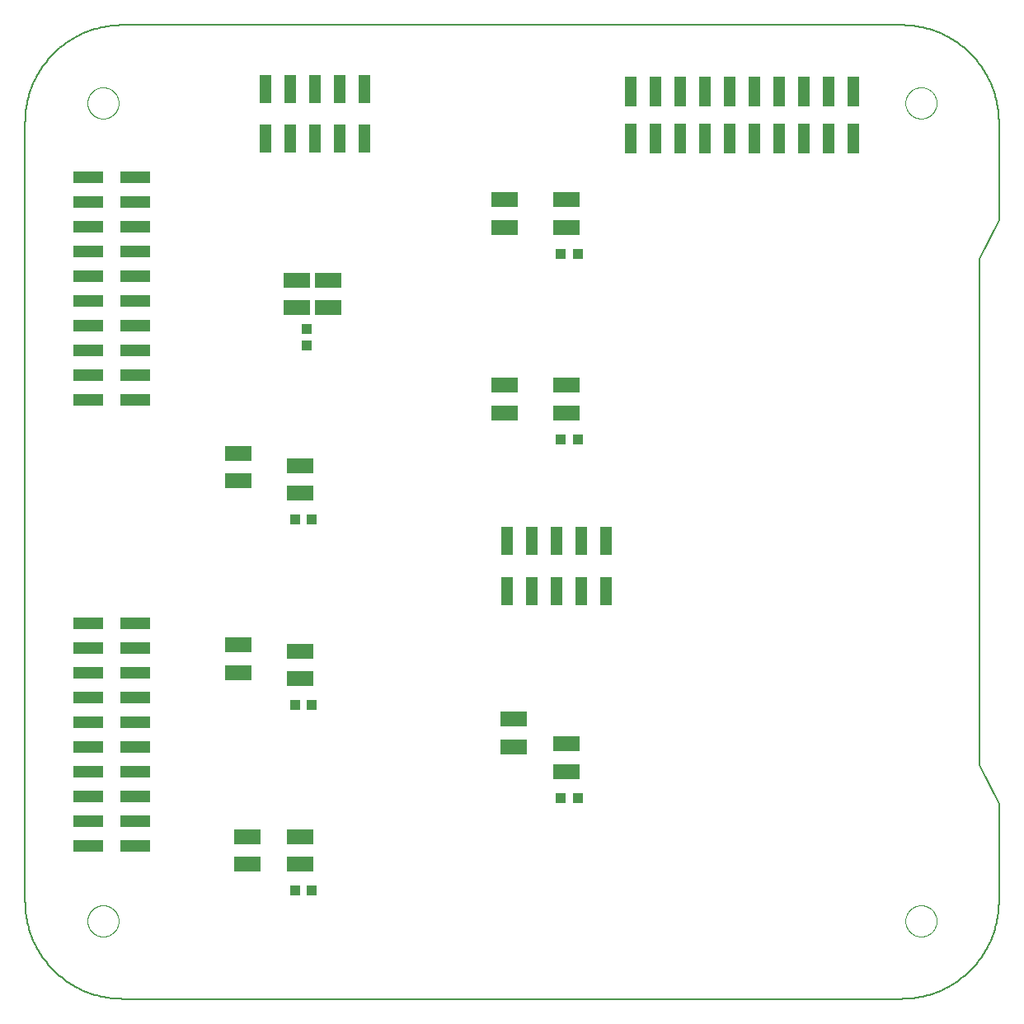
<source format=gbp>
G75*
%MOIN*%
%OFA0B0*%
%FSLAX25Y25*%
%IPPOS*%
%LPD*%
%AMOC8*
5,1,8,0,0,1.08239X$1,22.5*
%
%ADD10C,0.00600*%
%ADD11C,0.00000*%
%ADD12R,0.12000X0.05000*%
%ADD13R,0.05000X0.11500*%
%ADD14R,0.10630X0.06299*%
%ADD15R,0.04252X0.04134*%
%ADD16R,0.04134X0.04252*%
%ADD17R,0.05000X0.12000*%
D10*
X0116800Y0058370D02*
X0116800Y0373331D01*
X0116811Y0374282D01*
X0116846Y0375233D01*
X0116903Y0376183D01*
X0116984Y0377131D01*
X0117087Y0378077D01*
X0117213Y0379020D01*
X0117362Y0379959D01*
X0117533Y0380895D01*
X0117728Y0381826D01*
X0117944Y0382753D01*
X0118183Y0383674D01*
X0118444Y0384589D01*
X0118727Y0385497D01*
X0119032Y0386398D01*
X0119358Y0387292D01*
X0119707Y0388177D01*
X0120076Y0389054D01*
X0120466Y0389922D01*
X0120878Y0390779D01*
X0121310Y0391627D01*
X0121762Y0392464D01*
X0122234Y0393290D01*
X0122726Y0394104D01*
X0123238Y0394906D01*
X0123769Y0395696D01*
X0124319Y0396472D01*
X0124887Y0397235D01*
X0125474Y0397984D01*
X0126079Y0398718D01*
X0126701Y0399438D01*
X0127341Y0400143D01*
X0127997Y0400831D01*
X0128670Y0401504D01*
X0129358Y0402160D01*
X0130063Y0402800D01*
X0130783Y0403422D01*
X0131517Y0404027D01*
X0132266Y0404614D01*
X0133029Y0405182D01*
X0133805Y0405732D01*
X0134595Y0406263D01*
X0135397Y0406775D01*
X0136211Y0407267D01*
X0137037Y0407739D01*
X0137874Y0408191D01*
X0138722Y0408623D01*
X0139579Y0409035D01*
X0140447Y0409425D01*
X0141324Y0409794D01*
X0142209Y0410143D01*
X0143103Y0410469D01*
X0144004Y0410774D01*
X0144912Y0411057D01*
X0145827Y0411318D01*
X0146748Y0411557D01*
X0147675Y0411773D01*
X0148606Y0411968D01*
X0149542Y0412139D01*
X0150481Y0412288D01*
X0151424Y0412414D01*
X0152370Y0412517D01*
X0153318Y0412598D01*
X0154268Y0412655D01*
X0155219Y0412690D01*
X0156170Y0412701D01*
X0471131Y0412701D01*
X0472082Y0412690D01*
X0473033Y0412655D01*
X0473983Y0412598D01*
X0474931Y0412517D01*
X0475877Y0412414D01*
X0476820Y0412288D01*
X0477759Y0412139D01*
X0478695Y0411968D01*
X0479626Y0411773D01*
X0480553Y0411557D01*
X0481474Y0411318D01*
X0482389Y0411057D01*
X0483297Y0410774D01*
X0484198Y0410469D01*
X0485092Y0410143D01*
X0485977Y0409794D01*
X0486854Y0409425D01*
X0487722Y0409035D01*
X0488579Y0408623D01*
X0489427Y0408191D01*
X0490264Y0407739D01*
X0491090Y0407267D01*
X0491904Y0406775D01*
X0492706Y0406263D01*
X0493496Y0405732D01*
X0494272Y0405182D01*
X0495035Y0404614D01*
X0495784Y0404027D01*
X0496518Y0403422D01*
X0497238Y0402800D01*
X0497943Y0402160D01*
X0498631Y0401504D01*
X0499304Y0400831D01*
X0499960Y0400143D01*
X0500600Y0399438D01*
X0501222Y0398718D01*
X0501827Y0397984D01*
X0502414Y0397235D01*
X0502982Y0396472D01*
X0503532Y0395696D01*
X0504063Y0394906D01*
X0504575Y0394104D01*
X0505067Y0393290D01*
X0505539Y0392464D01*
X0505991Y0391627D01*
X0506423Y0390779D01*
X0506835Y0389922D01*
X0507225Y0389054D01*
X0507594Y0388177D01*
X0507943Y0387292D01*
X0508269Y0386398D01*
X0508574Y0385497D01*
X0508857Y0384589D01*
X0509118Y0383674D01*
X0509357Y0382753D01*
X0509573Y0381826D01*
X0509768Y0380895D01*
X0509939Y0379959D01*
X0510088Y0379020D01*
X0510214Y0378077D01*
X0510317Y0377131D01*
X0510398Y0376183D01*
X0510455Y0375233D01*
X0510490Y0374282D01*
X0510501Y0373331D01*
X0510501Y0333961D01*
X0502627Y0318213D01*
X0502627Y0113488D01*
X0510501Y0097740D01*
X0510501Y0058370D01*
X0510490Y0057419D01*
X0510455Y0056468D01*
X0510398Y0055518D01*
X0510317Y0054570D01*
X0510214Y0053624D01*
X0510088Y0052681D01*
X0509939Y0051742D01*
X0509768Y0050806D01*
X0509573Y0049875D01*
X0509357Y0048948D01*
X0509118Y0048027D01*
X0508857Y0047112D01*
X0508574Y0046204D01*
X0508269Y0045303D01*
X0507943Y0044409D01*
X0507594Y0043524D01*
X0507225Y0042647D01*
X0506835Y0041779D01*
X0506423Y0040922D01*
X0505991Y0040074D01*
X0505539Y0039237D01*
X0505067Y0038411D01*
X0504575Y0037597D01*
X0504063Y0036795D01*
X0503532Y0036005D01*
X0502982Y0035229D01*
X0502414Y0034466D01*
X0501827Y0033717D01*
X0501222Y0032983D01*
X0500600Y0032263D01*
X0499960Y0031558D01*
X0499304Y0030870D01*
X0498631Y0030197D01*
X0497943Y0029541D01*
X0497238Y0028901D01*
X0496518Y0028279D01*
X0495784Y0027674D01*
X0495035Y0027087D01*
X0494272Y0026519D01*
X0493496Y0025969D01*
X0492706Y0025438D01*
X0491904Y0024926D01*
X0491090Y0024434D01*
X0490264Y0023962D01*
X0489427Y0023510D01*
X0488579Y0023078D01*
X0487722Y0022666D01*
X0486854Y0022276D01*
X0485977Y0021907D01*
X0485092Y0021558D01*
X0484198Y0021232D01*
X0483297Y0020927D01*
X0482389Y0020644D01*
X0481474Y0020383D01*
X0480553Y0020144D01*
X0479626Y0019928D01*
X0478695Y0019733D01*
X0477759Y0019562D01*
X0476820Y0019413D01*
X0475877Y0019287D01*
X0474931Y0019184D01*
X0473983Y0019103D01*
X0473033Y0019046D01*
X0472082Y0019011D01*
X0471131Y0019000D01*
X0156170Y0019000D01*
X0155219Y0019011D01*
X0154268Y0019046D01*
X0153318Y0019103D01*
X0152370Y0019184D01*
X0151424Y0019287D01*
X0150481Y0019413D01*
X0149542Y0019562D01*
X0148606Y0019733D01*
X0147675Y0019928D01*
X0146748Y0020144D01*
X0145827Y0020383D01*
X0144912Y0020644D01*
X0144004Y0020927D01*
X0143103Y0021232D01*
X0142209Y0021558D01*
X0141324Y0021907D01*
X0140447Y0022276D01*
X0139579Y0022666D01*
X0138722Y0023078D01*
X0137874Y0023510D01*
X0137037Y0023962D01*
X0136211Y0024434D01*
X0135397Y0024926D01*
X0134595Y0025438D01*
X0133805Y0025969D01*
X0133029Y0026519D01*
X0132266Y0027087D01*
X0131517Y0027674D01*
X0130783Y0028279D01*
X0130063Y0028901D01*
X0129358Y0029541D01*
X0128670Y0030197D01*
X0127997Y0030870D01*
X0127341Y0031558D01*
X0126701Y0032263D01*
X0126079Y0032983D01*
X0125474Y0033717D01*
X0124887Y0034466D01*
X0124319Y0035229D01*
X0123769Y0036005D01*
X0123238Y0036795D01*
X0122726Y0037597D01*
X0122234Y0038411D01*
X0121762Y0039237D01*
X0121310Y0040074D01*
X0120878Y0040922D01*
X0120466Y0041779D01*
X0120076Y0042647D01*
X0119707Y0043524D01*
X0119358Y0044409D01*
X0119032Y0045303D01*
X0118727Y0046204D01*
X0118444Y0047112D01*
X0118183Y0048027D01*
X0117944Y0048948D01*
X0117728Y0049875D01*
X0117533Y0050806D01*
X0117362Y0051742D01*
X0117213Y0052681D01*
X0117087Y0053624D01*
X0116984Y0054570D01*
X0116903Y0055518D01*
X0116846Y0056468D01*
X0116811Y0057419D01*
X0116800Y0058370D01*
D11*
X0141997Y0050496D02*
X0141999Y0050654D01*
X0142005Y0050812D01*
X0142015Y0050970D01*
X0142029Y0051128D01*
X0142047Y0051285D01*
X0142068Y0051442D01*
X0142094Y0051598D01*
X0142124Y0051754D01*
X0142157Y0051909D01*
X0142195Y0052062D01*
X0142236Y0052215D01*
X0142281Y0052367D01*
X0142330Y0052518D01*
X0142383Y0052667D01*
X0142439Y0052815D01*
X0142499Y0052961D01*
X0142563Y0053106D01*
X0142631Y0053249D01*
X0142702Y0053391D01*
X0142776Y0053531D01*
X0142854Y0053668D01*
X0142936Y0053804D01*
X0143020Y0053938D01*
X0143109Y0054069D01*
X0143200Y0054198D01*
X0143295Y0054325D01*
X0143392Y0054450D01*
X0143493Y0054572D01*
X0143597Y0054691D01*
X0143704Y0054808D01*
X0143814Y0054922D01*
X0143927Y0055033D01*
X0144042Y0055142D01*
X0144160Y0055247D01*
X0144281Y0055349D01*
X0144404Y0055449D01*
X0144530Y0055545D01*
X0144658Y0055638D01*
X0144788Y0055728D01*
X0144921Y0055814D01*
X0145056Y0055898D01*
X0145192Y0055977D01*
X0145331Y0056054D01*
X0145472Y0056126D01*
X0145614Y0056196D01*
X0145758Y0056261D01*
X0145904Y0056323D01*
X0146051Y0056381D01*
X0146200Y0056436D01*
X0146350Y0056487D01*
X0146501Y0056534D01*
X0146653Y0056577D01*
X0146806Y0056616D01*
X0146961Y0056652D01*
X0147116Y0056683D01*
X0147272Y0056711D01*
X0147428Y0056735D01*
X0147585Y0056755D01*
X0147743Y0056771D01*
X0147900Y0056783D01*
X0148059Y0056791D01*
X0148217Y0056795D01*
X0148375Y0056795D01*
X0148533Y0056791D01*
X0148692Y0056783D01*
X0148849Y0056771D01*
X0149007Y0056755D01*
X0149164Y0056735D01*
X0149320Y0056711D01*
X0149476Y0056683D01*
X0149631Y0056652D01*
X0149786Y0056616D01*
X0149939Y0056577D01*
X0150091Y0056534D01*
X0150242Y0056487D01*
X0150392Y0056436D01*
X0150541Y0056381D01*
X0150688Y0056323D01*
X0150834Y0056261D01*
X0150978Y0056196D01*
X0151120Y0056126D01*
X0151261Y0056054D01*
X0151400Y0055977D01*
X0151536Y0055898D01*
X0151671Y0055814D01*
X0151804Y0055728D01*
X0151934Y0055638D01*
X0152062Y0055545D01*
X0152188Y0055449D01*
X0152311Y0055349D01*
X0152432Y0055247D01*
X0152550Y0055142D01*
X0152665Y0055033D01*
X0152778Y0054922D01*
X0152888Y0054808D01*
X0152995Y0054691D01*
X0153099Y0054572D01*
X0153200Y0054450D01*
X0153297Y0054325D01*
X0153392Y0054198D01*
X0153483Y0054069D01*
X0153572Y0053938D01*
X0153656Y0053804D01*
X0153738Y0053668D01*
X0153816Y0053531D01*
X0153890Y0053391D01*
X0153961Y0053249D01*
X0154029Y0053106D01*
X0154093Y0052961D01*
X0154153Y0052815D01*
X0154209Y0052667D01*
X0154262Y0052518D01*
X0154311Y0052367D01*
X0154356Y0052215D01*
X0154397Y0052062D01*
X0154435Y0051909D01*
X0154468Y0051754D01*
X0154498Y0051598D01*
X0154524Y0051442D01*
X0154545Y0051285D01*
X0154563Y0051128D01*
X0154577Y0050970D01*
X0154587Y0050812D01*
X0154593Y0050654D01*
X0154595Y0050496D01*
X0154593Y0050338D01*
X0154587Y0050180D01*
X0154577Y0050022D01*
X0154563Y0049864D01*
X0154545Y0049707D01*
X0154524Y0049550D01*
X0154498Y0049394D01*
X0154468Y0049238D01*
X0154435Y0049083D01*
X0154397Y0048930D01*
X0154356Y0048777D01*
X0154311Y0048625D01*
X0154262Y0048474D01*
X0154209Y0048325D01*
X0154153Y0048177D01*
X0154093Y0048031D01*
X0154029Y0047886D01*
X0153961Y0047743D01*
X0153890Y0047601D01*
X0153816Y0047461D01*
X0153738Y0047324D01*
X0153656Y0047188D01*
X0153572Y0047054D01*
X0153483Y0046923D01*
X0153392Y0046794D01*
X0153297Y0046667D01*
X0153200Y0046542D01*
X0153099Y0046420D01*
X0152995Y0046301D01*
X0152888Y0046184D01*
X0152778Y0046070D01*
X0152665Y0045959D01*
X0152550Y0045850D01*
X0152432Y0045745D01*
X0152311Y0045643D01*
X0152188Y0045543D01*
X0152062Y0045447D01*
X0151934Y0045354D01*
X0151804Y0045264D01*
X0151671Y0045178D01*
X0151536Y0045094D01*
X0151400Y0045015D01*
X0151261Y0044938D01*
X0151120Y0044866D01*
X0150978Y0044796D01*
X0150834Y0044731D01*
X0150688Y0044669D01*
X0150541Y0044611D01*
X0150392Y0044556D01*
X0150242Y0044505D01*
X0150091Y0044458D01*
X0149939Y0044415D01*
X0149786Y0044376D01*
X0149631Y0044340D01*
X0149476Y0044309D01*
X0149320Y0044281D01*
X0149164Y0044257D01*
X0149007Y0044237D01*
X0148849Y0044221D01*
X0148692Y0044209D01*
X0148533Y0044201D01*
X0148375Y0044197D01*
X0148217Y0044197D01*
X0148059Y0044201D01*
X0147900Y0044209D01*
X0147743Y0044221D01*
X0147585Y0044237D01*
X0147428Y0044257D01*
X0147272Y0044281D01*
X0147116Y0044309D01*
X0146961Y0044340D01*
X0146806Y0044376D01*
X0146653Y0044415D01*
X0146501Y0044458D01*
X0146350Y0044505D01*
X0146200Y0044556D01*
X0146051Y0044611D01*
X0145904Y0044669D01*
X0145758Y0044731D01*
X0145614Y0044796D01*
X0145472Y0044866D01*
X0145331Y0044938D01*
X0145192Y0045015D01*
X0145056Y0045094D01*
X0144921Y0045178D01*
X0144788Y0045264D01*
X0144658Y0045354D01*
X0144530Y0045447D01*
X0144404Y0045543D01*
X0144281Y0045643D01*
X0144160Y0045745D01*
X0144042Y0045850D01*
X0143927Y0045959D01*
X0143814Y0046070D01*
X0143704Y0046184D01*
X0143597Y0046301D01*
X0143493Y0046420D01*
X0143392Y0046542D01*
X0143295Y0046667D01*
X0143200Y0046794D01*
X0143109Y0046923D01*
X0143020Y0047054D01*
X0142936Y0047188D01*
X0142854Y0047324D01*
X0142776Y0047461D01*
X0142702Y0047601D01*
X0142631Y0047743D01*
X0142563Y0047886D01*
X0142499Y0048031D01*
X0142439Y0048177D01*
X0142383Y0048325D01*
X0142330Y0048474D01*
X0142281Y0048625D01*
X0142236Y0048777D01*
X0142195Y0048930D01*
X0142157Y0049083D01*
X0142124Y0049238D01*
X0142094Y0049394D01*
X0142068Y0049550D01*
X0142047Y0049707D01*
X0142029Y0049864D01*
X0142015Y0050022D01*
X0142005Y0050180D01*
X0141999Y0050338D01*
X0141997Y0050496D01*
X0472706Y0050496D02*
X0472708Y0050654D01*
X0472714Y0050812D01*
X0472724Y0050970D01*
X0472738Y0051128D01*
X0472756Y0051285D01*
X0472777Y0051442D01*
X0472803Y0051598D01*
X0472833Y0051754D01*
X0472866Y0051909D01*
X0472904Y0052062D01*
X0472945Y0052215D01*
X0472990Y0052367D01*
X0473039Y0052518D01*
X0473092Y0052667D01*
X0473148Y0052815D01*
X0473208Y0052961D01*
X0473272Y0053106D01*
X0473340Y0053249D01*
X0473411Y0053391D01*
X0473485Y0053531D01*
X0473563Y0053668D01*
X0473645Y0053804D01*
X0473729Y0053938D01*
X0473818Y0054069D01*
X0473909Y0054198D01*
X0474004Y0054325D01*
X0474101Y0054450D01*
X0474202Y0054572D01*
X0474306Y0054691D01*
X0474413Y0054808D01*
X0474523Y0054922D01*
X0474636Y0055033D01*
X0474751Y0055142D01*
X0474869Y0055247D01*
X0474990Y0055349D01*
X0475113Y0055449D01*
X0475239Y0055545D01*
X0475367Y0055638D01*
X0475497Y0055728D01*
X0475630Y0055814D01*
X0475765Y0055898D01*
X0475901Y0055977D01*
X0476040Y0056054D01*
X0476181Y0056126D01*
X0476323Y0056196D01*
X0476467Y0056261D01*
X0476613Y0056323D01*
X0476760Y0056381D01*
X0476909Y0056436D01*
X0477059Y0056487D01*
X0477210Y0056534D01*
X0477362Y0056577D01*
X0477515Y0056616D01*
X0477670Y0056652D01*
X0477825Y0056683D01*
X0477981Y0056711D01*
X0478137Y0056735D01*
X0478294Y0056755D01*
X0478452Y0056771D01*
X0478609Y0056783D01*
X0478768Y0056791D01*
X0478926Y0056795D01*
X0479084Y0056795D01*
X0479242Y0056791D01*
X0479401Y0056783D01*
X0479558Y0056771D01*
X0479716Y0056755D01*
X0479873Y0056735D01*
X0480029Y0056711D01*
X0480185Y0056683D01*
X0480340Y0056652D01*
X0480495Y0056616D01*
X0480648Y0056577D01*
X0480800Y0056534D01*
X0480951Y0056487D01*
X0481101Y0056436D01*
X0481250Y0056381D01*
X0481397Y0056323D01*
X0481543Y0056261D01*
X0481687Y0056196D01*
X0481829Y0056126D01*
X0481970Y0056054D01*
X0482109Y0055977D01*
X0482245Y0055898D01*
X0482380Y0055814D01*
X0482513Y0055728D01*
X0482643Y0055638D01*
X0482771Y0055545D01*
X0482897Y0055449D01*
X0483020Y0055349D01*
X0483141Y0055247D01*
X0483259Y0055142D01*
X0483374Y0055033D01*
X0483487Y0054922D01*
X0483597Y0054808D01*
X0483704Y0054691D01*
X0483808Y0054572D01*
X0483909Y0054450D01*
X0484006Y0054325D01*
X0484101Y0054198D01*
X0484192Y0054069D01*
X0484281Y0053938D01*
X0484365Y0053804D01*
X0484447Y0053668D01*
X0484525Y0053531D01*
X0484599Y0053391D01*
X0484670Y0053249D01*
X0484738Y0053106D01*
X0484802Y0052961D01*
X0484862Y0052815D01*
X0484918Y0052667D01*
X0484971Y0052518D01*
X0485020Y0052367D01*
X0485065Y0052215D01*
X0485106Y0052062D01*
X0485144Y0051909D01*
X0485177Y0051754D01*
X0485207Y0051598D01*
X0485233Y0051442D01*
X0485254Y0051285D01*
X0485272Y0051128D01*
X0485286Y0050970D01*
X0485296Y0050812D01*
X0485302Y0050654D01*
X0485304Y0050496D01*
X0485302Y0050338D01*
X0485296Y0050180D01*
X0485286Y0050022D01*
X0485272Y0049864D01*
X0485254Y0049707D01*
X0485233Y0049550D01*
X0485207Y0049394D01*
X0485177Y0049238D01*
X0485144Y0049083D01*
X0485106Y0048930D01*
X0485065Y0048777D01*
X0485020Y0048625D01*
X0484971Y0048474D01*
X0484918Y0048325D01*
X0484862Y0048177D01*
X0484802Y0048031D01*
X0484738Y0047886D01*
X0484670Y0047743D01*
X0484599Y0047601D01*
X0484525Y0047461D01*
X0484447Y0047324D01*
X0484365Y0047188D01*
X0484281Y0047054D01*
X0484192Y0046923D01*
X0484101Y0046794D01*
X0484006Y0046667D01*
X0483909Y0046542D01*
X0483808Y0046420D01*
X0483704Y0046301D01*
X0483597Y0046184D01*
X0483487Y0046070D01*
X0483374Y0045959D01*
X0483259Y0045850D01*
X0483141Y0045745D01*
X0483020Y0045643D01*
X0482897Y0045543D01*
X0482771Y0045447D01*
X0482643Y0045354D01*
X0482513Y0045264D01*
X0482380Y0045178D01*
X0482245Y0045094D01*
X0482109Y0045015D01*
X0481970Y0044938D01*
X0481829Y0044866D01*
X0481687Y0044796D01*
X0481543Y0044731D01*
X0481397Y0044669D01*
X0481250Y0044611D01*
X0481101Y0044556D01*
X0480951Y0044505D01*
X0480800Y0044458D01*
X0480648Y0044415D01*
X0480495Y0044376D01*
X0480340Y0044340D01*
X0480185Y0044309D01*
X0480029Y0044281D01*
X0479873Y0044257D01*
X0479716Y0044237D01*
X0479558Y0044221D01*
X0479401Y0044209D01*
X0479242Y0044201D01*
X0479084Y0044197D01*
X0478926Y0044197D01*
X0478768Y0044201D01*
X0478609Y0044209D01*
X0478452Y0044221D01*
X0478294Y0044237D01*
X0478137Y0044257D01*
X0477981Y0044281D01*
X0477825Y0044309D01*
X0477670Y0044340D01*
X0477515Y0044376D01*
X0477362Y0044415D01*
X0477210Y0044458D01*
X0477059Y0044505D01*
X0476909Y0044556D01*
X0476760Y0044611D01*
X0476613Y0044669D01*
X0476467Y0044731D01*
X0476323Y0044796D01*
X0476181Y0044866D01*
X0476040Y0044938D01*
X0475901Y0045015D01*
X0475765Y0045094D01*
X0475630Y0045178D01*
X0475497Y0045264D01*
X0475367Y0045354D01*
X0475239Y0045447D01*
X0475113Y0045543D01*
X0474990Y0045643D01*
X0474869Y0045745D01*
X0474751Y0045850D01*
X0474636Y0045959D01*
X0474523Y0046070D01*
X0474413Y0046184D01*
X0474306Y0046301D01*
X0474202Y0046420D01*
X0474101Y0046542D01*
X0474004Y0046667D01*
X0473909Y0046794D01*
X0473818Y0046923D01*
X0473729Y0047054D01*
X0473645Y0047188D01*
X0473563Y0047324D01*
X0473485Y0047461D01*
X0473411Y0047601D01*
X0473340Y0047743D01*
X0473272Y0047886D01*
X0473208Y0048031D01*
X0473148Y0048177D01*
X0473092Y0048325D01*
X0473039Y0048474D01*
X0472990Y0048625D01*
X0472945Y0048777D01*
X0472904Y0048930D01*
X0472866Y0049083D01*
X0472833Y0049238D01*
X0472803Y0049394D01*
X0472777Y0049550D01*
X0472756Y0049707D01*
X0472738Y0049864D01*
X0472724Y0050022D01*
X0472714Y0050180D01*
X0472708Y0050338D01*
X0472706Y0050496D01*
X0472706Y0381205D02*
X0472708Y0381363D01*
X0472714Y0381521D01*
X0472724Y0381679D01*
X0472738Y0381837D01*
X0472756Y0381994D01*
X0472777Y0382151D01*
X0472803Y0382307D01*
X0472833Y0382463D01*
X0472866Y0382618D01*
X0472904Y0382771D01*
X0472945Y0382924D01*
X0472990Y0383076D01*
X0473039Y0383227D01*
X0473092Y0383376D01*
X0473148Y0383524D01*
X0473208Y0383670D01*
X0473272Y0383815D01*
X0473340Y0383958D01*
X0473411Y0384100D01*
X0473485Y0384240D01*
X0473563Y0384377D01*
X0473645Y0384513D01*
X0473729Y0384647D01*
X0473818Y0384778D01*
X0473909Y0384907D01*
X0474004Y0385034D01*
X0474101Y0385159D01*
X0474202Y0385281D01*
X0474306Y0385400D01*
X0474413Y0385517D01*
X0474523Y0385631D01*
X0474636Y0385742D01*
X0474751Y0385851D01*
X0474869Y0385956D01*
X0474990Y0386058D01*
X0475113Y0386158D01*
X0475239Y0386254D01*
X0475367Y0386347D01*
X0475497Y0386437D01*
X0475630Y0386523D01*
X0475765Y0386607D01*
X0475901Y0386686D01*
X0476040Y0386763D01*
X0476181Y0386835D01*
X0476323Y0386905D01*
X0476467Y0386970D01*
X0476613Y0387032D01*
X0476760Y0387090D01*
X0476909Y0387145D01*
X0477059Y0387196D01*
X0477210Y0387243D01*
X0477362Y0387286D01*
X0477515Y0387325D01*
X0477670Y0387361D01*
X0477825Y0387392D01*
X0477981Y0387420D01*
X0478137Y0387444D01*
X0478294Y0387464D01*
X0478452Y0387480D01*
X0478609Y0387492D01*
X0478768Y0387500D01*
X0478926Y0387504D01*
X0479084Y0387504D01*
X0479242Y0387500D01*
X0479401Y0387492D01*
X0479558Y0387480D01*
X0479716Y0387464D01*
X0479873Y0387444D01*
X0480029Y0387420D01*
X0480185Y0387392D01*
X0480340Y0387361D01*
X0480495Y0387325D01*
X0480648Y0387286D01*
X0480800Y0387243D01*
X0480951Y0387196D01*
X0481101Y0387145D01*
X0481250Y0387090D01*
X0481397Y0387032D01*
X0481543Y0386970D01*
X0481687Y0386905D01*
X0481829Y0386835D01*
X0481970Y0386763D01*
X0482109Y0386686D01*
X0482245Y0386607D01*
X0482380Y0386523D01*
X0482513Y0386437D01*
X0482643Y0386347D01*
X0482771Y0386254D01*
X0482897Y0386158D01*
X0483020Y0386058D01*
X0483141Y0385956D01*
X0483259Y0385851D01*
X0483374Y0385742D01*
X0483487Y0385631D01*
X0483597Y0385517D01*
X0483704Y0385400D01*
X0483808Y0385281D01*
X0483909Y0385159D01*
X0484006Y0385034D01*
X0484101Y0384907D01*
X0484192Y0384778D01*
X0484281Y0384647D01*
X0484365Y0384513D01*
X0484447Y0384377D01*
X0484525Y0384240D01*
X0484599Y0384100D01*
X0484670Y0383958D01*
X0484738Y0383815D01*
X0484802Y0383670D01*
X0484862Y0383524D01*
X0484918Y0383376D01*
X0484971Y0383227D01*
X0485020Y0383076D01*
X0485065Y0382924D01*
X0485106Y0382771D01*
X0485144Y0382618D01*
X0485177Y0382463D01*
X0485207Y0382307D01*
X0485233Y0382151D01*
X0485254Y0381994D01*
X0485272Y0381837D01*
X0485286Y0381679D01*
X0485296Y0381521D01*
X0485302Y0381363D01*
X0485304Y0381205D01*
X0485302Y0381047D01*
X0485296Y0380889D01*
X0485286Y0380731D01*
X0485272Y0380573D01*
X0485254Y0380416D01*
X0485233Y0380259D01*
X0485207Y0380103D01*
X0485177Y0379947D01*
X0485144Y0379792D01*
X0485106Y0379639D01*
X0485065Y0379486D01*
X0485020Y0379334D01*
X0484971Y0379183D01*
X0484918Y0379034D01*
X0484862Y0378886D01*
X0484802Y0378740D01*
X0484738Y0378595D01*
X0484670Y0378452D01*
X0484599Y0378310D01*
X0484525Y0378170D01*
X0484447Y0378033D01*
X0484365Y0377897D01*
X0484281Y0377763D01*
X0484192Y0377632D01*
X0484101Y0377503D01*
X0484006Y0377376D01*
X0483909Y0377251D01*
X0483808Y0377129D01*
X0483704Y0377010D01*
X0483597Y0376893D01*
X0483487Y0376779D01*
X0483374Y0376668D01*
X0483259Y0376559D01*
X0483141Y0376454D01*
X0483020Y0376352D01*
X0482897Y0376252D01*
X0482771Y0376156D01*
X0482643Y0376063D01*
X0482513Y0375973D01*
X0482380Y0375887D01*
X0482245Y0375803D01*
X0482109Y0375724D01*
X0481970Y0375647D01*
X0481829Y0375575D01*
X0481687Y0375505D01*
X0481543Y0375440D01*
X0481397Y0375378D01*
X0481250Y0375320D01*
X0481101Y0375265D01*
X0480951Y0375214D01*
X0480800Y0375167D01*
X0480648Y0375124D01*
X0480495Y0375085D01*
X0480340Y0375049D01*
X0480185Y0375018D01*
X0480029Y0374990D01*
X0479873Y0374966D01*
X0479716Y0374946D01*
X0479558Y0374930D01*
X0479401Y0374918D01*
X0479242Y0374910D01*
X0479084Y0374906D01*
X0478926Y0374906D01*
X0478768Y0374910D01*
X0478609Y0374918D01*
X0478452Y0374930D01*
X0478294Y0374946D01*
X0478137Y0374966D01*
X0477981Y0374990D01*
X0477825Y0375018D01*
X0477670Y0375049D01*
X0477515Y0375085D01*
X0477362Y0375124D01*
X0477210Y0375167D01*
X0477059Y0375214D01*
X0476909Y0375265D01*
X0476760Y0375320D01*
X0476613Y0375378D01*
X0476467Y0375440D01*
X0476323Y0375505D01*
X0476181Y0375575D01*
X0476040Y0375647D01*
X0475901Y0375724D01*
X0475765Y0375803D01*
X0475630Y0375887D01*
X0475497Y0375973D01*
X0475367Y0376063D01*
X0475239Y0376156D01*
X0475113Y0376252D01*
X0474990Y0376352D01*
X0474869Y0376454D01*
X0474751Y0376559D01*
X0474636Y0376668D01*
X0474523Y0376779D01*
X0474413Y0376893D01*
X0474306Y0377010D01*
X0474202Y0377129D01*
X0474101Y0377251D01*
X0474004Y0377376D01*
X0473909Y0377503D01*
X0473818Y0377632D01*
X0473729Y0377763D01*
X0473645Y0377897D01*
X0473563Y0378033D01*
X0473485Y0378170D01*
X0473411Y0378310D01*
X0473340Y0378452D01*
X0473272Y0378595D01*
X0473208Y0378740D01*
X0473148Y0378886D01*
X0473092Y0379034D01*
X0473039Y0379183D01*
X0472990Y0379334D01*
X0472945Y0379486D01*
X0472904Y0379639D01*
X0472866Y0379792D01*
X0472833Y0379947D01*
X0472803Y0380103D01*
X0472777Y0380259D01*
X0472756Y0380416D01*
X0472738Y0380573D01*
X0472724Y0380731D01*
X0472714Y0380889D01*
X0472708Y0381047D01*
X0472706Y0381205D01*
X0141997Y0381205D02*
X0141999Y0381363D01*
X0142005Y0381521D01*
X0142015Y0381679D01*
X0142029Y0381837D01*
X0142047Y0381994D01*
X0142068Y0382151D01*
X0142094Y0382307D01*
X0142124Y0382463D01*
X0142157Y0382618D01*
X0142195Y0382771D01*
X0142236Y0382924D01*
X0142281Y0383076D01*
X0142330Y0383227D01*
X0142383Y0383376D01*
X0142439Y0383524D01*
X0142499Y0383670D01*
X0142563Y0383815D01*
X0142631Y0383958D01*
X0142702Y0384100D01*
X0142776Y0384240D01*
X0142854Y0384377D01*
X0142936Y0384513D01*
X0143020Y0384647D01*
X0143109Y0384778D01*
X0143200Y0384907D01*
X0143295Y0385034D01*
X0143392Y0385159D01*
X0143493Y0385281D01*
X0143597Y0385400D01*
X0143704Y0385517D01*
X0143814Y0385631D01*
X0143927Y0385742D01*
X0144042Y0385851D01*
X0144160Y0385956D01*
X0144281Y0386058D01*
X0144404Y0386158D01*
X0144530Y0386254D01*
X0144658Y0386347D01*
X0144788Y0386437D01*
X0144921Y0386523D01*
X0145056Y0386607D01*
X0145192Y0386686D01*
X0145331Y0386763D01*
X0145472Y0386835D01*
X0145614Y0386905D01*
X0145758Y0386970D01*
X0145904Y0387032D01*
X0146051Y0387090D01*
X0146200Y0387145D01*
X0146350Y0387196D01*
X0146501Y0387243D01*
X0146653Y0387286D01*
X0146806Y0387325D01*
X0146961Y0387361D01*
X0147116Y0387392D01*
X0147272Y0387420D01*
X0147428Y0387444D01*
X0147585Y0387464D01*
X0147743Y0387480D01*
X0147900Y0387492D01*
X0148059Y0387500D01*
X0148217Y0387504D01*
X0148375Y0387504D01*
X0148533Y0387500D01*
X0148692Y0387492D01*
X0148849Y0387480D01*
X0149007Y0387464D01*
X0149164Y0387444D01*
X0149320Y0387420D01*
X0149476Y0387392D01*
X0149631Y0387361D01*
X0149786Y0387325D01*
X0149939Y0387286D01*
X0150091Y0387243D01*
X0150242Y0387196D01*
X0150392Y0387145D01*
X0150541Y0387090D01*
X0150688Y0387032D01*
X0150834Y0386970D01*
X0150978Y0386905D01*
X0151120Y0386835D01*
X0151261Y0386763D01*
X0151400Y0386686D01*
X0151536Y0386607D01*
X0151671Y0386523D01*
X0151804Y0386437D01*
X0151934Y0386347D01*
X0152062Y0386254D01*
X0152188Y0386158D01*
X0152311Y0386058D01*
X0152432Y0385956D01*
X0152550Y0385851D01*
X0152665Y0385742D01*
X0152778Y0385631D01*
X0152888Y0385517D01*
X0152995Y0385400D01*
X0153099Y0385281D01*
X0153200Y0385159D01*
X0153297Y0385034D01*
X0153392Y0384907D01*
X0153483Y0384778D01*
X0153572Y0384647D01*
X0153656Y0384513D01*
X0153738Y0384377D01*
X0153816Y0384240D01*
X0153890Y0384100D01*
X0153961Y0383958D01*
X0154029Y0383815D01*
X0154093Y0383670D01*
X0154153Y0383524D01*
X0154209Y0383376D01*
X0154262Y0383227D01*
X0154311Y0383076D01*
X0154356Y0382924D01*
X0154397Y0382771D01*
X0154435Y0382618D01*
X0154468Y0382463D01*
X0154498Y0382307D01*
X0154524Y0382151D01*
X0154545Y0381994D01*
X0154563Y0381837D01*
X0154577Y0381679D01*
X0154587Y0381521D01*
X0154593Y0381363D01*
X0154595Y0381205D01*
X0154593Y0381047D01*
X0154587Y0380889D01*
X0154577Y0380731D01*
X0154563Y0380573D01*
X0154545Y0380416D01*
X0154524Y0380259D01*
X0154498Y0380103D01*
X0154468Y0379947D01*
X0154435Y0379792D01*
X0154397Y0379639D01*
X0154356Y0379486D01*
X0154311Y0379334D01*
X0154262Y0379183D01*
X0154209Y0379034D01*
X0154153Y0378886D01*
X0154093Y0378740D01*
X0154029Y0378595D01*
X0153961Y0378452D01*
X0153890Y0378310D01*
X0153816Y0378170D01*
X0153738Y0378033D01*
X0153656Y0377897D01*
X0153572Y0377763D01*
X0153483Y0377632D01*
X0153392Y0377503D01*
X0153297Y0377376D01*
X0153200Y0377251D01*
X0153099Y0377129D01*
X0152995Y0377010D01*
X0152888Y0376893D01*
X0152778Y0376779D01*
X0152665Y0376668D01*
X0152550Y0376559D01*
X0152432Y0376454D01*
X0152311Y0376352D01*
X0152188Y0376252D01*
X0152062Y0376156D01*
X0151934Y0376063D01*
X0151804Y0375973D01*
X0151671Y0375887D01*
X0151536Y0375803D01*
X0151400Y0375724D01*
X0151261Y0375647D01*
X0151120Y0375575D01*
X0150978Y0375505D01*
X0150834Y0375440D01*
X0150688Y0375378D01*
X0150541Y0375320D01*
X0150392Y0375265D01*
X0150242Y0375214D01*
X0150091Y0375167D01*
X0149939Y0375124D01*
X0149786Y0375085D01*
X0149631Y0375049D01*
X0149476Y0375018D01*
X0149320Y0374990D01*
X0149164Y0374966D01*
X0149007Y0374946D01*
X0148849Y0374930D01*
X0148692Y0374918D01*
X0148533Y0374910D01*
X0148375Y0374906D01*
X0148217Y0374906D01*
X0148059Y0374910D01*
X0147900Y0374918D01*
X0147743Y0374930D01*
X0147585Y0374946D01*
X0147428Y0374966D01*
X0147272Y0374990D01*
X0147116Y0375018D01*
X0146961Y0375049D01*
X0146806Y0375085D01*
X0146653Y0375124D01*
X0146501Y0375167D01*
X0146350Y0375214D01*
X0146200Y0375265D01*
X0146051Y0375320D01*
X0145904Y0375378D01*
X0145758Y0375440D01*
X0145614Y0375505D01*
X0145472Y0375575D01*
X0145331Y0375647D01*
X0145192Y0375724D01*
X0145056Y0375803D01*
X0144921Y0375887D01*
X0144788Y0375973D01*
X0144658Y0376063D01*
X0144530Y0376156D01*
X0144404Y0376252D01*
X0144281Y0376352D01*
X0144160Y0376454D01*
X0144042Y0376559D01*
X0143927Y0376668D01*
X0143814Y0376779D01*
X0143704Y0376893D01*
X0143597Y0377010D01*
X0143493Y0377129D01*
X0143392Y0377251D01*
X0143295Y0377376D01*
X0143200Y0377503D01*
X0143109Y0377632D01*
X0143020Y0377763D01*
X0142936Y0377897D01*
X0142854Y0378033D01*
X0142776Y0378170D01*
X0142702Y0378310D01*
X0142631Y0378452D01*
X0142563Y0378595D01*
X0142499Y0378740D01*
X0142439Y0378886D01*
X0142383Y0379034D01*
X0142330Y0379183D01*
X0142281Y0379334D01*
X0142236Y0379486D01*
X0142195Y0379639D01*
X0142157Y0379792D01*
X0142124Y0379947D01*
X0142094Y0380103D01*
X0142068Y0380259D01*
X0142047Y0380416D01*
X0142029Y0380573D01*
X0142015Y0380731D01*
X0142005Y0380889D01*
X0141999Y0381047D01*
X0141997Y0381205D01*
D12*
X0142300Y0351102D03*
X0142300Y0341102D03*
X0142300Y0331102D03*
X0142300Y0321102D03*
X0142300Y0311102D03*
X0142300Y0301102D03*
X0142300Y0291102D03*
X0142300Y0281102D03*
X0142300Y0271102D03*
X0142300Y0261102D03*
X0161300Y0261102D03*
X0161300Y0271102D03*
X0161300Y0281102D03*
X0161300Y0291102D03*
X0161300Y0301102D03*
X0161300Y0311102D03*
X0161300Y0321102D03*
X0161300Y0331102D03*
X0161300Y0341102D03*
X0161300Y0351102D03*
X0161300Y0170890D03*
X0161300Y0160890D03*
X0161300Y0150890D03*
X0161300Y0140890D03*
X0161300Y0130890D03*
X0161300Y0120890D03*
X0161300Y0110890D03*
X0161300Y0100890D03*
X0161300Y0090890D03*
X0161300Y0080890D03*
X0142300Y0080890D03*
X0142300Y0090890D03*
X0142300Y0100890D03*
X0142300Y0110890D03*
X0142300Y0120890D03*
X0142300Y0130890D03*
X0142300Y0140890D03*
X0142300Y0150890D03*
X0142300Y0160890D03*
X0142300Y0170890D03*
D13*
X0311800Y0183875D03*
X0321800Y0183875D03*
X0331800Y0183875D03*
X0341800Y0183875D03*
X0351800Y0183875D03*
X0351800Y0204125D03*
X0341800Y0204125D03*
X0331800Y0204125D03*
X0321800Y0204125D03*
X0311800Y0204125D03*
X0253934Y0366709D03*
X0243934Y0366709D03*
X0233934Y0366709D03*
X0223934Y0366709D03*
X0213934Y0366709D03*
X0213934Y0386959D03*
X0223934Y0386959D03*
X0233934Y0386959D03*
X0243934Y0386959D03*
X0253934Y0386959D03*
D14*
X0310550Y0342012D03*
X0310550Y0330988D03*
X0335550Y0330988D03*
X0335550Y0342012D03*
X0335550Y0267012D03*
X0335550Y0255988D03*
X0310550Y0255988D03*
X0310550Y0267012D03*
X0239300Y0298488D03*
X0226800Y0298488D03*
X0226800Y0309512D03*
X0239300Y0309512D03*
X0203050Y0239512D03*
X0203050Y0228488D03*
X0228050Y0223488D03*
X0228050Y0234512D03*
X0228050Y0159512D03*
X0228050Y0148488D03*
X0203050Y0150988D03*
X0203050Y0162012D03*
X0206800Y0084512D03*
X0206800Y0073488D03*
X0228050Y0073488D03*
X0228050Y0084512D03*
X0314300Y0120988D03*
X0314300Y0132012D03*
X0335550Y0122012D03*
X0335550Y0110988D03*
D15*
X0230550Y0283055D03*
X0230550Y0289945D03*
D16*
X0232745Y0212750D03*
X0225855Y0212750D03*
X0225855Y0137750D03*
X0232745Y0137750D03*
X0232745Y0062750D03*
X0225855Y0062750D03*
X0333355Y0100250D03*
X0340245Y0100250D03*
X0340245Y0245250D03*
X0333355Y0245250D03*
X0333355Y0320250D03*
X0340245Y0320250D03*
D17*
X0361800Y0367000D03*
X0371800Y0367000D03*
X0381800Y0367000D03*
X0391800Y0367000D03*
X0401800Y0367000D03*
X0411800Y0367000D03*
X0421800Y0367000D03*
X0431800Y0367000D03*
X0441800Y0367000D03*
X0451800Y0367000D03*
X0451800Y0386000D03*
X0441800Y0386000D03*
X0431800Y0386000D03*
X0421800Y0386000D03*
X0411800Y0386000D03*
X0401800Y0386000D03*
X0391800Y0386000D03*
X0381800Y0386000D03*
X0371800Y0386000D03*
X0361800Y0386000D03*
M02*

</source>
